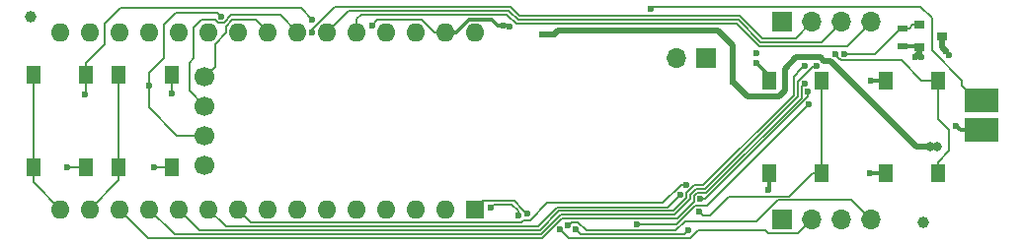
<source format=gbr>
G04 #@! TF.GenerationSoftware,KiCad,Pcbnew,no-vcs-found*
G04 #@! TF.CreationDate,2018-05-22T13:07:31+02:00*
G04 #@! TF.ProjectId,3dsimo_kit,336473696D6F5F6B69742E6B69636164,100A*
G04 #@! TF.SameCoordinates,Original
G04 #@! TF.FileFunction,Copper,L1,Top,Signal*
G04 #@! TF.FilePolarity,Positive*
%FSLAX46Y46*%
G04 Gerber Fmt 4.6, Leading zero omitted, Abs format (unit mm)*
G04 Created by KiCad (PCBNEW no-vcs-found) date 05/22/18 13:07:31*
%MOMM*%
%LPD*%
G01*
G04 APERTURE LIST*
%ADD10C,0.100000*%
%ADD11O,1.700000X1.700000*%
%ADD12R,1.700000X1.700000*%
%ADD13O,1.600000X1.600000*%
%ADD14R,1.600000X1.600000*%
%ADD15C,1.000000*%
%ADD16C,1.700000*%
%ADD17R,1.300000X1.550000*%
%ADD18R,0.900000X0.800000*%
%ADD19R,3.000000X2.100000*%
%ADD20R,0.900000X0.500000*%
%ADD21C,0.600000*%
%ADD22C,0.800000*%
%ADD23C,0.500000*%
%ADD24C,0.200000*%
%ADD25C,0.300000*%
%ADD26C,0.150000*%
G04 APERTURE END LIST*
D10*
D11*
X122500000Y-55300000D03*
D12*
X125040000Y-55300000D03*
D13*
X69715000Y-53035000D03*
X69715000Y-68275000D03*
X105275000Y-53035000D03*
X72255000Y-68275000D03*
X102735000Y-53035000D03*
X74795000Y-68275000D03*
X100195000Y-53035000D03*
X77335000Y-68275000D03*
X97655000Y-53035000D03*
X79875000Y-68275000D03*
X95115000Y-53035000D03*
X82415000Y-68275000D03*
X92575000Y-53035000D03*
X84955000Y-68275000D03*
X90035000Y-53035000D03*
X87495000Y-68275000D03*
X87495000Y-53035000D03*
X90035000Y-68275000D03*
X84955000Y-53035000D03*
X92575000Y-68275000D03*
X82415000Y-53035000D03*
X95115000Y-68275000D03*
X79875000Y-53035000D03*
X97655000Y-68275000D03*
X77335000Y-53035000D03*
X100195000Y-68275000D03*
X74795000Y-53035000D03*
X102735000Y-68275000D03*
X72255000Y-53035000D03*
D14*
X105275000Y-68275000D03*
D15*
X67125000Y-51675000D03*
X143725000Y-69375000D03*
D11*
X139245000Y-69175000D03*
X136705000Y-69175000D03*
X134165000Y-69175000D03*
D12*
X131625000Y-69175000D03*
X131625000Y-52175000D03*
D11*
X134165000Y-52175000D03*
X136705000Y-52175000D03*
X139245000Y-52175000D03*
D16*
X82100000Y-64470000D03*
X82100000Y-61920000D03*
X82100000Y-59380000D03*
X82100000Y-56840000D03*
D17*
X144975000Y-65175000D03*
X140475000Y-65175000D03*
X144975000Y-57175000D03*
X140475000Y-57175000D03*
X134975000Y-65175000D03*
X130475000Y-65175000D03*
X134975000Y-57175000D03*
X130475000Y-57175000D03*
X74725000Y-56675000D03*
X79225000Y-56675000D03*
X74725000Y-64675000D03*
X79225000Y-64675000D03*
X67375000Y-56675000D03*
X71875000Y-56675000D03*
X67375000Y-64675000D03*
X71875000Y-64675000D03*
D18*
X145325000Y-53375000D03*
X143325000Y-54325000D03*
X143325000Y-52425000D03*
D19*
X148725000Y-58925000D03*
X148725000Y-61425000D03*
D20*
X141925000Y-54225000D03*
X141925000Y-52725000D03*
D21*
X127350000Y-57300000D03*
X111525000Y-53199990D03*
X111025000Y-53199990D03*
X112025000Y-53199990D03*
X77300000Y-57650000D03*
X83470816Y-51675021D03*
D22*
X144300000Y-62900000D03*
X144925000Y-62900000D03*
D21*
X120325000Y-51075000D03*
X139249996Y-57200000D03*
X129396103Y-54853897D03*
X129400000Y-55700000D03*
X79278916Y-58321084D03*
X146525000Y-61075000D03*
X143525000Y-55175000D03*
X143025000Y-55175000D03*
X130425000Y-66575000D03*
X91287695Y-51990471D03*
X96425000Y-52475000D03*
X108225000Y-52575000D03*
X107725000Y-52475000D03*
X71825000Y-58375000D03*
X77725000Y-64675000D03*
X70325000Y-64675000D03*
X139125000Y-65175000D03*
X134570283Y-55949988D03*
X136950011Y-54899991D03*
X145925000Y-54975000D03*
X145625000Y-54675000D03*
X91318872Y-53024987D03*
X113219332Y-69681168D03*
X106625000Y-68100010D03*
X108942604Y-68847580D03*
X123550000Y-70100000D03*
X113907435Y-69979550D03*
X109725000Y-68675000D03*
X112552764Y-70024979D03*
X122884425Y-67005744D03*
X124500000Y-68500000D03*
X136150000Y-54950000D03*
X133521603Y-55911744D03*
X133561028Y-57454740D03*
X133794858Y-58167370D03*
X124584459Y-67396204D03*
X123373639Y-66162961D03*
X133911272Y-59224753D03*
X119161971Y-69600048D03*
D23*
X127350000Y-57300000D02*
X128600000Y-58550000D01*
X143100000Y-62900000D02*
X143734315Y-62900000D01*
X128600000Y-58550000D02*
X131300000Y-58550000D01*
X131300000Y-58550000D02*
X131824989Y-58025011D01*
X131824989Y-58025011D02*
X131824989Y-56160351D01*
X131824989Y-56160351D02*
X132785340Y-55200000D01*
X132785340Y-55200000D02*
X134856299Y-55200000D01*
X134856299Y-55200000D02*
X135156302Y-55500003D01*
X135156302Y-55500003D02*
X135700004Y-55500003D01*
X135700004Y-55500003D02*
X143100000Y-62900000D01*
X143734315Y-62900000D02*
X144300000Y-62900000D01*
X112025000Y-53199990D02*
X112350001Y-52874989D01*
X112350001Y-52874989D02*
X126047359Y-52874989D01*
X126047359Y-52874989D02*
X127350000Y-54177630D01*
X127350000Y-54177630D02*
X127350000Y-56875736D01*
X127350000Y-56875736D02*
X127350000Y-57300000D01*
D24*
X83470816Y-51675021D02*
X83170817Y-51375022D01*
X83170817Y-51375022D02*
X79624978Y-51375022D01*
X79624978Y-51375022D02*
X78600000Y-52400000D01*
X78600000Y-52400000D02*
X78600000Y-55225736D01*
X78600000Y-55225736D02*
X77300000Y-56525736D01*
X77300000Y-56525736D02*
X77300000Y-57225736D01*
X77300000Y-57225736D02*
X77300000Y-57650000D01*
X77300000Y-57650000D02*
X77300000Y-59500000D01*
X77300000Y-59500000D02*
X79720000Y-61920000D01*
X79720000Y-61920000D02*
X82100000Y-61920000D01*
D23*
X111525000Y-53199990D02*
X112025000Y-53199990D01*
X111025000Y-53199990D02*
X111525000Y-53199990D01*
X144300000Y-62900000D02*
X144925000Y-62900000D01*
D24*
X90035000Y-53035000D02*
X88575000Y-51575000D01*
X88575000Y-51575000D02*
X84384839Y-51575000D01*
X84384839Y-51575000D02*
X83734817Y-52225022D01*
X83734817Y-52225022D02*
X83206815Y-52225022D01*
X83206815Y-52225022D02*
X82966792Y-51984999D01*
X81765001Y-51984999D02*
X81150000Y-52600000D01*
X82966792Y-51984999D02*
X81765001Y-51984999D01*
X81150000Y-52600000D02*
X81150000Y-55250000D01*
X81150000Y-55250000D02*
X80750000Y-55650000D01*
X80750000Y-55650000D02*
X80750000Y-58030000D01*
X80750000Y-58030000D02*
X82100000Y-59380000D01*
X87495000Y-53035000D02*
X86444999Y-51984999D01*
X86444999Y-51984999D02*
X84469830Y-51984999D01*
X84469830Y-51984999D02*
X83904999Y-52549830D01*
X83904999Y-52549830D02*
X83904999Y-53095001D01*
X83904999Y-53095001D02*
X82949999Y-54050001D01*
X82949999Y-55990001D02*
X82100000Y-56840000D01*
X82949999Y-54050001D02*
X82949999Y-55990001D01*
X120325000Y-51075000D02*
X120525000Y-50875000D01*
X147025000Y-57675000D02*
X148275000Y-58925000D01*
X120525000Y-50875000D02*
X143475000Y-50875000D01*
X143475000Y-50875000D02*
X144425000Y-51825000D01*
X144425000Y-51825000D02*
X144425000Y-54625000D01*
X144425000Y-54625000D02*
X147025000Y-57225000D01*
X147025000Y-57225000D02*
X147025000Y-57675000D01*
X148275000Y-58925000D02*
X148725000Y-58925000D01*
X79225000Y-58267168D02*
X79278916Y-58321084D01*
X79225000Y-56675000D02*
X79225000Y-58267168D01*
X79225000Y-64675000D02*
X77725000Y-64675000D01*
D25*
X139274996Y-57175000D02*
X139249996Y-57200000D01*
X140475000Y-57175000D02*
X139274996Y-57175000D01*
D24*
X71875000Y-56675000D02*
X71875000Y-55700000D01*
X71875000Y-55700000D02*
X73500000Y-54075000D01*
X73500000Y-54075000D02*
X73500000Y-52300000D01*
X73500000Y-52300000D02*
X74825000Y-50975000D01*
X91314058Y-51964108D02*
X91287695Y-51990471D01*
X74825000Y-50975000D02*
X90325000Y-50975000D01*
X90325000Y-50975000D02*
X91314058Y-51964058D01*
X91314058Y-51964058D02*
X91314058Y-51964108D01*
D25*
X130475000Y-57175000D02*
X130475000Y-56775000D01*
X130475000Y-56775000D02*
X129400000Y-55700000D01*
D24*
X130475000Y-57175000D02*
X130548653Y-57175000D01*
X130611546Y-57112107D02*
X130611546Y-56687843D01*
X130548653Y-57175000D02*
X130611546Y-57112107D01*
D25*
X141925000Y-54225000D02*
X143225000Y-54225000D01*
X143225000Y-54225000D02*
X143325000Y-54325000D01*
X148725000Y-61425000D02*
X146875000Y-61425000D01*
X146875000Y-61425000D02*
X146525000Y-61075000D01*
D23*
X143325000Y-54325000D02*
X143325000Y-54875000D01*
X143325000Y-54875000D02*
X143025000Y-55175000D01*
D25*
X130475000Y-66525000D02*
X130425000Y-66575000D01*
X130475000Y-65175000D02*
X130475000Y-66525000D01*
D24*
X100699001Y-51984999D02*
X96915001Y-51984999D01*
X102735000Y-53035000D02*
X101749002Y-53035000D01*
X101749002Y-53035000D02*
X100699001Y-51984999D01*
X96915001Y-51984999D02*
X96425000Y-52475000D01*
D25*
X107225000Y-52475000D02*
X107725000Y-52475000D01*
X106684999Y-51934999D02*
X107225000Y-52475000D01*
X103365000Y-53035000D02*
X103646998Y-53035000D01*
X103646998Y-53035000D02*
X104746999Y-51934999D01*
X104746999Y-51934999D02*
X106684999Y-51934999D01*
X102735000Y-53035000D02*
X103365000Y-53035000D01*
D24*
X71875000Y-56675000D02*
X71875000Y-58325000D01*
X71875000Y-58325000D02*
X71825000Y-58375000D01*
X71875000Y-64675000D02*
X70325000Y-64675000D01*
D25*
X140475000Y-65175000D02*
X139125000Y-65175000D01*
D24*
X132925011Y-57290349D02*
X134265372Y-55949988D01*
X122376776Y-68750031D02*
X123734438Y-67392369D01*
X124963451Y-66546183D02*
X132925011Y-58584623D01*
X134265372Y-55949988D02*
X134570283Y-55949988D01*
X132925011Y-58584623D02*
X132925011Y-57290349D01*
X112591076Y-68750031D02*
X122376776Y-68750031D01*
X110916118Y-70424989D02*
X112591076Y-68750031D01*
X77335000Y-68275000D02*
X79484989Y-70424989D01*
X123734438Y-67004274D02*
X124192529Y-66546183D01*
X124192529Y-66546183D02*
X124963451Y-66546183D01*
X79484989Y-70424989D02*
X110916118Y-70424989D01*
X123734438Y-67392369D02*
X123734438Y-67004274D01*
X141725000Y-52725000D02*
X139550009Y-54899991D01*
X139550009Y-54899991D02*
X137374275Y-54899991D01*
X137374275Y-54899991D02*
X136950011Y-54899991D01*
X141925000Y-52725000D02*
X141725000Y-52725000D01*
X143325000Y-52425000D02*
X142775000Y-52425000D01*
X142775000Y-52425000D02*
X142475000Y-52725000D01*
X142475000Y-52725000D02*
X142425000Y-52725000D01*
X142425000Y-52725000D02*
X141925000Y-52725000D01*
D23*
X145325000Y-53375000D02*
X145325000Y-54375000D01*
X145325000Y-54375000D02*
X145625000Y-54675000D01*
X145325000Y-53375000D02*
X145375000Y-53375000D01*
D24*
X132790000Y-53550000D02*
X129900000Y-53550000D01*
X134165000Y-52175000D02*
X132790000Y-53550000D01*
X108288949Y-50834967D02*
X93265023Y-50834967D01*
X93265023Y-50834967D02*
X91318872Y-52781118D01*
X129900000Y-53550000D02*
X127984988Y-51634988D01*
X127984988Y-51634988D02*
X109088970Y-51634988D01*
X109088970Y-51634988D02*
X108288949Y-50834967D01*
X91318872Y-52781118D02*
X91318872Y-53024987D01*
X134979989Y-53900011D02*
X135855001Y-53024999D01*
X135855001Y-53024999D02*
X136705000Y-52175000D01*
X108143972Y-51184980D02*
X108943991Y-51984999D01*
X129755021Y-53900011D02*
X134979989Y-53900011D01*
X92575000Y-53035000D02*
X94425021Y-51184979D01*
X108943991Y-51984999D02*
X127840009Y-51984999D01*
X127840009Y-51984999D02*
X129755021Y-53900011D01*
X94425021Y-51184979D02*
X108143972Y-51184980D01*
X138395001Y-53024999D02*
X139245000Y-52175000D01*
X95115000Y-51903630D02*
X95483640Y-51534990D01*
X129610042Y-54250022D02*
X137169978Y-54250022D01*
X137169978Y-54250022D02*
X138395001Y-53024999D01*
X127695030Y-52335010D02*
X129610042Y-54250022D01*
X108799012Y-52335010D02*
X127695030Y-52335010D01*
X107998992Y-51534990D02*
X108799012Y-52335010D01*
X95483640Y-51534990D02*
X107998992Y-51534990D01*
X95115000Y-53035000D02*
X95115000Y-51903630D01*
D26*
X114094472Y-69381169D02*
X113519331Y-69381169D01*
X113519331Y-69381169D02*
X113219332Y-69681168D01*
X123276308Y-69300000D02*
X122451259Y-70125049D01*
X131219998Y-67475000D02*
X129394998Y-69300000D01*
X122451259Y-70125049D02*
X114838352Y-70125049D01*
X139245000Y-69175000D02*
X137545000Y-67475000D01*
X129394998Y-69300000D02*
X123276308Y-69300000D01*
X137545000Y-67475000D02*
X131219998Y-67475000D01*
X114838352Y-70125049D02*
X114094472Y-69381169D01*
X108394299Y-67875011D02*
X106849999Y-67875011D01*
X106849999Y-67875011D02*
X106625000Y-68100010D01*
X108942604Y-68423316D02*
X108394299Y-67875011D01*
X108942604Y-68847580D02*
X108942604Y-68423316D01*
X123250001Y-70399999D02*
X123550000Y-70100000D01*
X113907435Y-69979550D02*
X114352945Y-70425060D01*
X114352945Y-70425060D02*
X123224940Y-70425060D01*
X123224940Y-70425060D02*
X123250001Y-70399999D01*
X105975000Y-67575000D02*
X108625000Y-67575000D01*
X105275000Y-68275000D02*
X105975000Y-67575000D01*
X108625000Y-67575000D02*
X109425001Y-68375001D01*
X109425001Y-68375001D02*
X109725000Y-68675000D01*
D24*
X123713933Y-70750071D02*
X113277856Y-70750071D01*
X113277856Y-70750071D02*
X112852763Y-70324978D01*
X124389004Y-70075000D02*
X123713933Y-70750071D01*
X112852763Y-70324978D02*
X112552764Y-70024979D01*
X134165000Y-69175000D02*
X132965000Y-70375000D01*
X130425000Y-70375000D02*
X130125000Y-70075000D01*
X132965000Y-70375000D02*
X130425000Y-70375000D01*
X130125000Y-70075000D02*
X124389004Y-70075000D01*
X67375000Y-56675000D02*
X67375000Y-64675000D01*
X67375000Y-64675000D02*
X67375000Y-65935000D01*
X67375000Y-65935000D02*
X69715000Y-68275000D01*
X74725000Y-56675000D02*
X74725000Y-64675000D01*
X74725000Y-64675000D02*
X74725000Y-65805000D01*
X74725000Y-65805000D02*
X72255000Y-68275000D01*
X121790158Y-68100011D02*
X122584426Y-67305743D01*
X110674247Y-69747592D02*
X112321828Y-68100011D01*
X83887592Y-69747592D02*
X110674247Y-69747592D01*
X82415000Y-68275000D02*
X83887592Y-69747592D01*
X122584426Y-67305743D02*
X122884425Y-67005744D01*
X112321828Y-68100011D02*
X121790158Y-68100011D01*
D26*
X127056739Y-67167525D02*
X125424265Y-68799999D01*
X124799999Y-68799999D02*
X124500000Y-68500000D01*
X125424265Y-68799999D02*
X124799999Y-68799999D01*
X132182475Y-67167525D02*
X127056739Y-67167525D01*
X134175000Y-65175000D02*
X132182475Y-67167525D01*
X134975000Y-65175000D02*
X134175000Y-65175000D01*
D24*
X134975000Y-57175000D02*
X134975000Y-58150000D01*
X134975000Y-58150000D02*
X134975000Y-65175000D01*
D26*
X132600000Y-58450000D02*
X132600000Y-56833347D01*
X81672603Y-70072603D02*
X110808870Y-70072603D01*
X112456453Y-68425020D02*
X122242153Y-68425020D01*
X124057906Y-66221172D02*
X124828828Y-66221172D01*
X110808870Y-70072603D02*
X112456453Y-68425020D01*
X123409427Y-66869651D02*
X124057906Y-66221172D01*
X79875000Y-68275000D02*
X81672603Y-70072603D01*
X122242153Y-68425020D02*
X123409427Y-67257746D01*
X123409427Y-67257746D02*
X123409427Y-66869651D01*
X124828828Y-66221172D02*
X132600000Y-58450000D01*
X132600000Y-56833347D02*
X133221604Y-56211743D01*
X133221604Y-56211743D02*
X133521603Y-55911744D01*
D24*
X136449999Y-55249999D02*
X136150000Y-54950000D01*
X136650001Y-55450001D02*
X136449999Y-55249999D01*
X141800001Y-55450001D02*
X136650001Y-55450001D01*
X144975000Y-57175000D02*
X143525000Y-57175000D01*
X143525000Y-57175000D02*
X141800001Y-55450001D01*
X145925000Y-61475000D02*
X145925000Y-63250000D01*
X145925000Y-63250000D02*
X144975000Y-64200000D01*
X144975000Y-64200000D02*
X144975000Y-65175000D01*
X144975000Y-60525000D02*
X145925000Y-61475000D01*
X144975000Y-57175000D02*
X144975000Y-60525000D01*
D26*
X133250022Y-57765746D02*
X133261029Y-57754739D01*
X77270000Y-70750000D02*
X111050741Y-70750000D01*
X133261029Y-57754739D02*
X133561028Y-57454740D01*
X111050741Y-70750000D02*
X112725703Y-69075038D01*
X112725703Y-69075038D02*
X122652713Y-69075038D01*
X124059449Y-67668302D02*
X124059449Y-67138897D01*
X124327152Y-66871194D02*
X125098074Y-66871194D01*
X74795000Y-68275000D02*
X77270000Y-70750000D01*
X122652713Y-69075038D02*
X124059449Y-67668302D01*
X125098074Y-66871194D02*
X133250022Y-58719246D01*
X124059449Y-67138897D02*
X124327152Y-66871194D01*
X133250022Y-58719246D02*
X133250022Y-57765746D01*
X124997343Y-67396204D02*
X133794858Y-58598689D01*
X133794858Y-58591634D02*
X133794858Y-58167370D01*
X133794858Y-58598689D02*
X133794858Y-58591634D01*
X124584459Y-67396204D02*
X124997343Y-67396204D01*
D24*
X109379186Y-69225000D02*
X109970376Y-69225000D01*
X86077581Y-69397581D02*
X109206605Y-69397581D01*
X109206605Y-69397581D02*
X109379186Y-69225000D01*
X122949375Y-66162961D02*
X123373639Y-66162961D01*
X121362336Y-67750000D02*
X122949375Y-66162961D01*
X84955000Y-68275000D02*
X86077581Y-69397581D01*
X109970376Y-69225000D02*
X111445376Y-67750000D01*
X111445376Y-67750000D02*
X121362336Y-67750000D01*
D26*
X122551982Y-69600048D02*
X124177031Y-67974999D01*
X119161971Y-69600048D02*
X122551982Y-69600048D01*
X124177031Y-67974999D02*
X125161026Y-67974999D01*
X133611273Y-59524752D02*
X133911272Y-59224753D01*
X125161026Y-67974999D02*
X133611273Y-59524752D01*
M02*

</source>
